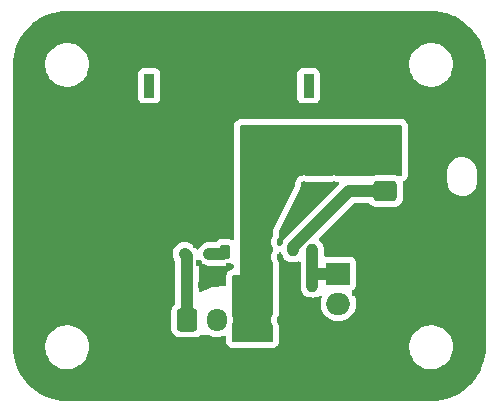
<source format=gbr>
%TF.GenerationSoftware,KiCad,Pcbnew,7.0.11-rc3*%
%TF.CreationDate,2025-03-25T15:56:03+09:00*%
%TF.ProjectId,RDC_Humanoid_Power_Relay_Switch,5244435f-4875-46d6-916e-6f69645f506f,rev?*%
%TF.SameCoordinates,Original*%
%TF.FileFunction,Copper,L1,Top*%
%TF.FilePolarity,Positive*%
%FSLAX46Y46*%
G04 Gerber Fmt 4.6, Leading zero omitted, Abs format (unit mm)*
G04 Created by KiCad (PCBNEW 7.0.11-rc3) date 2025-03-25 15:56:03*
%MOMM*%
%LPD*%
G01*
G04 APERTURE LIST*
G04 Aperture macros list*
%AMRoundRect*
0 Rectangle with rounded corners*
0 $1 Rounding radius*
0 $2 $3 $4 $5 $6 $7 $8 $9 X,Y pos of 4 corners*
0 Add a 4 corners polygon primitive as box body*
4,1,4,$2,$3,$4,$5,$6,$7,$8,$9,$2,$3,0*
0 Add four circle primitives for the rounded corners*
1,1,$1+$1,$2,$3*
1,1,$1+$1,$4,$5*
1,1,$1+$1,$6,$7*
1,1,$1+$1,$8,$9*
0 Add four rect primitives between the rounded corners*
20,1,$1+$1,$2,$3,$4,$5,0*
20,1,$1+$1,$4,$5,$6,$7,0*
20,1,$1+$1,$6,$7,$8,$9,0*
20,1,$1+$1,$8,$9,$2,$3,0*%
G04 Aperture macros list end*
%TA.AperFunction,ComponentPad*%
%ADD10RoundRect,0.250000X-0.600000X-0.725000X0.600000X-0.725000X0.600000X0.725000X-0.600000X0.725000X0*%
%TD*%
%TA.AperFunction,ComponentPad*%
%ADD11O,1.700000X1.950000*%
%TD*%
%TA.AperFunction,SMDPad,CuDef*%
%ADD12RoundRect,0.200000X-0.200000X-0.275000X0.200000X-0.275000X0.200000X0.275000X-0.200000X0.275000X0*%
%TD*%
%TA.AperFunction,ComponentPad*%
%ADD13RoundRect,0.250000X0.725000X-0.600000X0.725000X0.600000X-0.725000X0.600000X-0.725000X-0.600000X0*%
%TD*%
%TA.AperFunction,ComponentPad*%
%ADD14O,1.950000X1.700000*%
%TD*%
%TA.AperFunction,ComponentPad*%
%ADD15R,0.900000X2.000000*%
%TD*%
%TA.AperFunction,ComponentPad*%
%ADD16RoundRect,1.025000X-1.025000X-1.025000X1.025000X-1.025000X1.025000X1.025000X-1.025000X1.025000X0*%
%TD*%
%TA.AperFunction,ComponentPad*%
%ADD17C,4.100000*%
%TD*%
%TA.AperFunction,SMDPad,CuDef*%
%ADD18RoundRect,0.225000X0.225000X0.375000X-0.225000X0.375000X-0.225000X-0.375000X0.225000X-0.375000X0*%
%TD*%
%TA.AperFunction,ComponentPad*%
%ADD19R,2.000000X1.905000*%
%TD*%
%TA.AperFunction,ComponentPad*%
%ADD20O,2.000000X1.905000*%
%TD*%
%TA.AperFunction,SMDPad,CuDef*%
%ADD21RoundRect,0.200000X0.200000X0.275000X-0.200000X0.275000X-0.200000X-0.275000X0.200000X-0.275000X0*%
%TD*%
%TA.AperFunction,SMDPad,CuDef*%
%ADD22RoundRect,0.112500X-0.187500X-0.112500X0.187500X-0.112500X0.187500X0.112500X-0.187500X0.112500X0*%
%TD*%
%TA.AperFunction,ViaPad*%
%ADD23C,0.600000*%
%TD*%
%TA.AperFunction,Conductor*%
%ADD24C,1.000000*%
%TD*%
%TA.AperFunction,Conductor*%
%ADD25C,0.200000*%
%TD*%
G04 APERTURE END LIST*
D10*
%TO.P,J3,1,Pin_1*%
%TO.N,Net-(D2-K)*%
X53340000Y-59690000D03*
D11*
%TO.P,J3,2,Pin_2*%
%TO.N,unconnected-(J3-Pin_2-Pad2)*%
X55840000Y-59690000D03*
%TO.P,J3,3,Pin_3*%
%TO.N,+12V*%
X58340000Y-59690000D03*
%TD*%
D12*
%TO.P,R1,1*%
%TO.N,Net-(J2-Pin_1)*%
X62288800Y-53797200D03*
%TO.P,R1,2*%
%TO.N,Net-(Q1-G)*%
X63938800Y-53797200D03*
%TD*%
D13*
%TO.P,J2,1,Pin_1*%
%TO.N,Net-(J2-Pin_1)*%
X70125000Y-48798800D03*
D14*
%TO.P,J2,2,Pin_2*%
%TO.N,+12V*%
X70125000Y-46298800D03*
%TD*%
D15*
%TO.P,J1,*%
%TO.N,*%
X50120600Y-39859600D03*
X63620600Y-39859600D03*
D16*
%TO.P,J1,1,Pin_1*%
%TO.N,GND*%
X53270600Y-45859600D03*
D17*
%TO.P,J1,2,Pin_2*%
%TO.N,+12V*%
X60470600Y-45859600D03*
%TD*%
D18*
%TO.P,D1,1,K*%
%TO.N,+12V*%
X59815000Y-53949600D03*
%TO.P,D1,2,A*%
%TO.N,Net-(D1-A)*%
X56515000Y-53949600D03*
%TD*%
D19*
%TO.P,Q1,1,G*%
%TO.N,Net-(Q1-G)*%
X66136400Y-55778400D03*
D20*
%TO.P,Q1,2,D*%
%TO.N,Net-(D2-K)*%
X66136400Y-58318400D03*
%TO.P,Q1,3,S*%
%TO.N,GND*%
X66136400Y-60858400D03*
%TD*%
D21*
%TO.P,R2,1*%
%TO.N,Net-(Q1-G)*%
X63938800Y-56794400D03*
%TO.P,R2,2*%
%TO.N,GND*%
X62288800Y-56794400D03*
%TD*%
D22*
%TO.P,D2,1,K*%
%TO.N,Net-(D2-K)*%
X53128200Y-54102000D03*
%TO.P,D2,2,A*%
%TO.N,Net-(D1-A)*%
X55228200Y-54102000D03*
%TD*%
D23*
%TO.N,GND*%
X69977000Y-59817000D03*
X49606200Y-53467000D03*
X67564000Y-41503600D03*
X52070000Y-61595000D03*
X56896000Y-55118000D03*
X63246000Y-50800000D03*
X73152000Y-44958000D03*
X67564000Y-53848000D03*
X76708000Y-42164000D03*
X42418000Y-53848000D03*
X47498000Y-34798000D03*
X76962000Y-55880000D03*
X46736000Y-56134000D03*
X56337200Y-56540400D03*
X65786000Y-48260000D03*
X47752000Y-42164000D03*
X68326000Y-37846000D03*
X39370000Y-45974000D03*
X61214000Y-59690000D03*
X47421800Y-50825400D03*
X78232000Y-40386000D03*
X39370000Y-41656000D03*
X61214000Y-53086000D03*
X47752000Y-65532000D03*
X78232000Y-57912000D03*
X55626000Y-34798000D03*
X67564000Y-50292000D03*
X56896000Y-46736000D03*
X78105000Y-49530000D03*
X58420000Y-66040000D03*
X39116000Y-51054000D03*
X63246000Y-48260000D03*
X65024000Y-59690000D03*
X54356000Y-54864000D03*
X51562000Y-34798000D03*
X62738000Y-55118000D03*
X42672000Y-48514000D03*
X73406000Y-53594000D03*
X53594000Y-65786000D03*
X56896000Y-52578000D03*
X62992000Y-66040000D03*
X54508400Y-56743600D03*
X64008000Y-42418000D03*
X59944000Y-34798000D03*
X56896000Y-42164000D03*
X42418000Y-57912000D03*
X73914000Y-55626000D03*
X55626000Y-37592000D03*
X63754000Y-34798000D03*
X43510200Y-43510200D03*
X68072000Y-34798000D03*
X57658000Y-63500000D03*
X47523400Y-46380400D03*
X47752000Y-37338000D03*
X72390000Y-50292000D03*
X54102000Y-53340000D03*
X55626000Y-61468000D03*
X60198000Y-38100000D03*
X63754000Y-37846000D03*
X71374000Y-56134000D03*
X62738000Y-63500000D03*
X53848000Y-63500000D03*
X61722000Y-56388000D03*
X53086000Y-41402000D03*
X74676000Y-57658000D03*
X61214000Y-54356000D03*
X39116000Y-56896000D03*
X78105000Y-45720000D03*
X65024000Y-52832000D03*
X67564000Y-63246000D03*
X67564000Y-57404000D03*
X78105000Y-53340000D03*
X49530000Y-63500000D03*
X67310000Y-66040000D03*
X51816000Y-37592000D03*
X72390000Y-42418000D03*
X46990000Y-60960000D03*
X52070000Y-57785000D03*
X76200000Y-53594000D03*
X53086000Y-50292000D03*
X71882000Y-65532000D03*
%TD*%
D24*
%TO.N,Net-(D2-K)*%
X53340000Y-54313800D02*
X53128200Y-54102000D01*
X53340000Y-59690000D02*
X53340000Y-54313800D01*
D25*
%TO.N,Net-(D1-A)*%
X56362600Y-54102000D02*
X56515000Y-53949600D01*
D24*
X55228200Y-54102000D02*
X56362600Y-54102000D01*
%TO.N,GND*%
X62128400Y-56794400D02*
X61722000Y-56388000D01*
X62288800Y-56794400D02*
X62128400Y-56794400D01*
%TO.N,Net-(J2-Pin_1)*%
X70125000Y-48798800D02*
X67025200Y-48798800D01*
X62288800Y-53535200D02*
X62288800Y-53797200D01*
X67025200Y-48798800D02*
X62288800Y-53535200D01*
%TO.N,Net-(Q1-G)*%
X66136400Y-55778400D02*
X64040400Y-55778400D01*
X63938800Y-55880000D02*
X63938800Y-56794400D01*
X63938800Y-53797200D02*
X63938800Y-55880000D01*
D25*
X64040400Y-55778400D02*
X63938800Y-55880000D01*
%TD*%
%TA.AperFunction,Conductor*%
%TO.N,+12V*%
G36*
X63781848Y-43186958D02*
G01*
X63828745Y-43203368D01*
X63828750Y-43203369D01*
X64007996Y-43223565D01*
X64008000Y-43223565D01*
X64008004Y-43223565D01*
X64187249Y-43203369D01*
X64187252Y-43203368D01*
X64187255Y-43203368D01*
X64234152Y-43186957D01*
X64275107Y-43180000D01*
X71402400Y-43180000D01*
X71469439Y-43199685D01*
X71515194Y-43252489D01*
X71526400Y-43304000D01*
X71526400Y-47374000D01*
X71506715Y-47441039D01*
X71453911Y-47486794D01*
X71402400Y-47498000D01*
X71141102Y-47498000D01*
X71102099Y-47491706D01*
X71002800Y-47458802D01*
X71002797Y-47458801D01*
X71002792Y-47458800D01*
X71002790Y-47458800D01*
X70900010Y-47448300D01*
X69349998Y-47448300D01*
X69349981Y-47448301D01*
X69247203Y-47458800D01*
X69247200Y-47458801D01*
X69147902Y-47491706D01*
X69108898Y-47498000D01*
X66053107Y-47498000D01*
X66012152Y-47491042D01*
X65965254Y-47474631D01*
X65965249Y-47474630D01*
X65786004Y-47454435D01*
X65785996Y-47454435D01*
X65606750Y-47474630D01*
X65606745Y-47474631D01*
X65559848Y-47491042D01*
X65518893Y-47498000D01*
X63513107Y-47498000D01*
X63472152Y-47491042D01*
X63425254Y-47474631D01*
X63425249Y-47474630D01*
X63246004Y-47454435D01*
X63245996Y-47454435D01*
X63066750Y-47474630D01*
X63066745Y-47474631D01*
X63019848Y-47491042D01*
X62978893Y-47498000D01*
X62865000Y-47498000D01*
X62864999Y-47498000D01*
X62864998Y-47498001D01*
X62840689Y-47547447D01*
X62795386Y-47597730D01*
X62743738Y-47630183D01*
X62616184Y-47757737D01*
X62520211Y-47910476D01*
X62460631Y-48080745D01*
X62460630Y-48080750D01*
X62440435Y-48259996D01*
X62440435Y-48260003D01*
X62445687Y-48306618D01*
X62433746Y-48375208D01*
X60629800Y-52044598D01*
X60629800Y-52486760D01*
X60610115Y-52553799D01*
X60593481Y-52574441D01*
X60584184Y-52583737D01*
X60488211Y-52736476D01*
X60428631Y-52906745D01*
X60428630Y-52906750D01*
X60408435Y-53085996D01*
X60408435Y-53086003D01*
X60428630Y-53265249D01*
X60428631Y-53265254D01*
X60488211Y-53435523D01*
X60584184Y-53588262D01*
X60593481Y-53597559D01*
X60626966Y-53658882D01*
X60629800Y-53685240D01*
X60629800Y-53756760D01*
X60610115Y-53823799D01*
X60593481Y-53844441D01*
X60584184Y-53853737D01*
X60488211Y-54006476D01*
X60428631Y-54176745D01*
X60428630Y-54176750D01*
X60408435Y-54355996D01*
X60408435Y-54356003D01*
X60428630Y-54535249D01*
X60428631Y-54535254D01*
X60488211Y-54705523D01*
X60584184Y-54858262D01*
X60593481Y-54867559D01*
X60626966Y-54928882D01*
X60629800Y-54955240D01*
X60629800Y-59090760D01*
X60610115Y-59157799D01*
X60593481Y-59178441D01*
X60584184Y-59187737D01*
X60488211Y-59340476D01*
X60428631Y-59510745D01*
X60428630Y-59510750D01*
X60408435Y-59689996D01*
X60408435Y-59690003D01*
X60428630Y-59869249D01*
X60428631Y-59869254D01*
X60488211Y-60039523D01*
X60584184Y-60192262D01*
X60593481Y-60201559D01*
X60626966Y-60262882D01*
X60629800Y-60289240D01*
X60629800Y-61446501D01*
X60610115Y-61513540D01*
X60557311Y-61559295D01*
X60506705Y-61570498D01*
X57274905Y-61594088D01*
X57207724Y-61574893D01*
X57161585Y-61522424D01*
X57150000Y-61470091D01*
X57150000Y-60160269D01*
X57154224Y-60128179D01*
X57175063Y-60050408D01*
X57190500Y-59873966D01*
X57190500Y-59506034D01*
X57175063Y-59329592D01*
X57154225Y-59251822D01*
X57150000Y-59219729D01*
X57150000Y-56004000D01*
X57169685Y-55936961D01*
X57222489Y-55891206D01*
X57274000Y-55880000D01*
X57785000Y-55880000D01*
X57785000Y-43304000D01*
X57804685Y-43236961D01*
X57857489Y-43191206D01*
X57909000Y-43180000D01*
X63740893Y-43180000D01*
X63781848Y-43186958D01*
G37*
%TD.AperFunction*%
%TD*%
%TA.AperFunction,Conductor*%
%TO.N,GND*%
G36*
X54545703Y-54837029D02*
G01*
X54554371Y-54845307D01*
X54573141Y-54865053D01*
X54684322Y-54942437D01*
X54740149Y-54981294D01*
X54740150Y-54981294D01*
X54740151Y-54981295D01*
X54927142Y-55061540D01*
X55126459Y-55102500D01*
X56413343Y-55102500D01*
X56489190Y-55094787D01*
X56565038Y-55087074D01*
X56664759Y-55055785D01*
X56701881Y-55050099D01*
X56788338Y-55050099D01*
X56788344Y-55050099D01*
X56788352Y-55050098D01*
X56788355Y-55050098D01*
X56842760Y-55044540D01*
X56887708Y-55039949D01*
X57048697Y-54986603D01*
X57090404Y-54960877D01*
X57157794Y-54942437D01*
X57224458Y-54963358D01*
X57269228Y-55017000D01*
X57279500Y-55066416D01*
X57279500Y-55262526D01*
X57259815Y-55329565D01*
X57207011Y-55375320D01*
X57168763Y-55385814D01*
X57167751Y-55385923D01*
X57166540Y-55386053D01*
X57166537Y-55386054D01*
X57115027Y-55397260D01*
X57012502Y-55431383D01*
X57012496Y-55431386D01*
X56891462Y-55509171D01*
X56891451Y-55509179D01*
X56838659Y-55554923D01*
X56744433Y-55663664D01*
X56744430Y-55663668D01*
X56684664Y-55794534D01*
X56664976Y-55861582D01*
X56644500Y-56004001D01*
X56644500Y-56728710D01*
X56624815Y-56795749D01*
X56572011Y-56841504D01*
X56522566Y-56852693D01*
X55448198Y-56870599D01*
X54515289Y-57289457D01*
X54446069Y-57298959D01*
X54382700Y-57269528D01*
X54345302Y-57210509D01*
X54340500Y-57176336D01*
X54340500Y-54930742D01*
X54360185Y-54863703D01*
X54412989Y-54817948D01*
X54482147Y-54808004D01*
X54545703Y-54837029D01*
G37*
%TD.AperFunction*%
%TA.AperFunction,Conductor*%
G36*
X63307753Y-47970090D02*
G01*
X63324831Y-47973239D01*
X63387484Y-47989401D01*
X63387499Y-47989403D01*
X63387501Y-47989404D01*
X63404946Y-47992367D01*
X63428439Y-47996359D01*
X63476323Y-48000397D01*
X63513089Y-48003499D01*
X63513105Y-48003499D01*
X63513107Y-48003500D01*
X63513108Y-48003500D01*
X65518892Y-48003500D01*
X65518893Y-48003500D01*
X65518894Y-48003499D01*
X65518910Y-48003499D01*
X65549690Y-48000902D01*
X65603561Y-47996359D01*
X65644516Y-47989401D01*
X65707178Y-47973236D01*
X65724241Y-47970090D01*
X65772117Y-47964696D01*
X65799873Y-47964696D01*
X65847753Y-47970090D01*
X65864831Y-47973239D01*
X65927484Y-47989401D01*
X65927499Y-47989403D01*
X65927501Y-47989404D01*
X65944946Y-47992367D01*
X65968439Y-47996359D01*
X66016323Y-48000397D01*
X66053089Y-48003499D01*
X66053105Y-48003499D01*
X66053107Y-48003500D01*
X66106216Y-48003500D01*
X66173255Y-48023185D01*
X66219010Y-48075989D01*
X66228954Y-48145147D01*
X66199929Y-48208703D01*
X66193897Y-48215181D01*
X61591446Y-52817632D01*
X61589199Y-52819824D01*
X61525746Y-52880142D01*
X61492045Y-52928561D01*
X61486374Y-52936082D01*
X61449102Y-52981792D01*
X61449098Y-52981798D01*
X61435009Y-53008768D01*
X61426882Y-53022183D01*
X61409502Y-53047155D01*
X61386238Y-53101365D01*
X61382198Y-53109872D01*
X61354890Y-53162151D01*
X61354890Y-53162152D01*
X61346520Y-53191401D01*
X61341259Y-53206179D01*
X61329259Y-53234143D01*
X61323472Y-53262304D01*
X61317491Y-53291411D01*
X61317388Y-53291911D01*
X61315142Y-53301060D01*
X61298913Y-53357777D01*
X61298912Y-53357786D01*
X61298835Y-53358801D01*
X61298636Y-53359325D01*
X61297805Y-53363966D01*
X61296939Y-53363810D01*
X61274112Y-53424150D01*
X61217982Y-53465759D01*
X61148268Y-53470416D01*
X61087103Y-53436644D01*
X61066362Y-53408802D01*
X61037147Y-53355298D01*
X61025632Y-53339916D01*
X61019904Y-53331576D01*
X61000729Y-53301060D01*
X60953963Y-53226633D01*
X60941917Y-53201618D01*
X60929189Y-53165246D01*
X60923012Y-53138179D01*
X60918697Y-53099883D01*
X60918696Y-53072125D01*
X60923011Y-53033815D01*
X60929186Y-53006761D01*
X60941920Y-52970370D01*
X60953962Y-52945365D01*
X60986146Y-52894146D01*
X60994589Y-52882313D01*
X61003711Y-52870994D01*
X61003713Y-52870990D01*
X61003722Y-52870980D01*
X61035367Y-52827096D01*
X61095138Y-52696219D01*
X61114823Y-52629180D01*
X61114824Y-52629176D01*
X61135300Y-52486760D01*
X61135300Y-52190967D01*
X61148021Y-52136260D01*
X62887389Y-48598228D01*
X62931755Y-48461908D01*
X62943696Y-48393318D01*
X62947036Y-48282312D01*
X62947756Y-48272211D01*
X62955011Y-48207821D01*
X62961188Y-48180758D01*
X62973916Y-48144381D01*
X62985958Y-48119372D01*
X63006474Y-48086721D01*
X63023776Y-48065027D01*
X63052800Y-48036003D01*
X63061261Y-48028773D01*
X63061043Y-48028514D01*
X63087331Y-48006405D01*
X63136169Y-47981235D01*
X63167173Y-47973237D01*
X63184249Y-47970090D01*
X63232117Y-47964696D01*
X63259873Y-47964696D01*
X63307753Y-47970090D01*
G37*
%TD.AperFunction*%
%TA.AperFunction,Conductor*%
G36*
X73966433Y-33556515D02*
G01*
X73967739Y-33556602D01*
X73975108Y-33556602D01*
X74038312Y-33556602D01*
X74043720Y-33556719D01*
X74434743Y-33573792D01*
X74445477Y-33574732D01*
X74830859Y-33625468D01*
X74841493Y-33627343D01*
X75220990Y-33711476D01*
X75231416Y-33714270D01*
X75602135Y-33831157D01*
X75612270Y-33834846D01*
X75971387Y-33983598D01*
X75981179Y-33988164D01*
X76261399Y-34134037D01*
X76325942Y-34167636D01*
X76335309Y-34173043D01*
X76605434Y-34345132D01*
X76663124Y-34381884D01*
X76671983Y-34388087D01*
X76980364Y-34624717D01*
X76988638Y-34631661D01*
X77244151Y-34865795D01*
X77275203Y-34894249D01*
X77282852Y-34901898D01*
X77545439Y-35188461D01*
X77552393Y-35196748D01*
X77789007Y-35505110D01*
X77795212Y-35513971D01*
X78004056Y-35841791D01*
X78009464Y-35851159D01*
X78188933Y-36195916D01*
X78193505Y-36205720D01*
X78217779Y-36264323D01*
X78331504Y-36538879D01*
X78342248Y-36564816D01*
X78345947Y-36574979D01*
X78452559Y-36913109D01*
X78462828Y-36945676D01*
X78465628Y-36956126D01*
X78549754Y-37335599D01*
X78551632Y-37346252D01*
X78602365Y-37731602D01*
X78603308Y-37742378D01*
X78618934Y-38100289D01*
X78620382Y-38133435D01*
X78620500Y-38138844D01*
X78620500Y-61973293D01*
X78620382Y-61978702D01*
X78603310Y-62369723D01*
X78602367Y-62380500D01*
X78551634Y-62765848D01*
X78549756Y-62776501D01*
X78465628Y-63155978D01*
X78462828Y-63166427D01*
X78345949Y-63537120D01*
X78342249Y-63547285D01*
X78193507Y-63906381D01*
X78188935Y-63916185D01*
X78009465Y-64260942D01*
X78004057Y-64270310D01*
X77795213Y-64598130D01*
X77789008Y-64606991D01*
X77552394Y-64915353D01*
X77545440Y-64923640D01*
X77282853Y-65210204D01*
X77275204Y-65217853D01*
X76988640Y-65480440D01*
X76980353Y-65487394D01*
X76671991Y-65724008D01*
X76663130Y-65730213D01*
X76335310Y-65939057D01*
X76325942Y-65944465D01*
X75981185Y-66123935D01*
X75971381Y-66128507D01*
X75612285Y-66277249D01*
X75602120Y-66280949D01*
X75231427Y-66397828D01*
X75220978Y-66400628D01*
X74841501Y-66484756D01*
X74830848Y-66486634D01*
X74445500Y-66537367D01*
X74434723Y-66538310D01*
X74043703Y-66555382D01*
X74038294Y-66555500D01*
X43182706Y-66555500D01*
X43177297Y-66555382D01*
X42786276Y-66538310D01*
X42775501Y-66537367D01*
X42686792Y-66525688D01*
X42390151Y-66486634D01*
X42379498Y-66484756D01*
X42000021Y-66400628D01*
X41989572Y-66397828D01*
X41618879Y-66280949D01*
X41608714Y-66277249D01*
X41249618Y-66128507D01*
X41239814Y-66123935D01*
X40895057Y-65944465D01*
X40885689Y-65939057D01*
X40557869Y-65730213D01*
X40549008Y-65724008D01*
X40240646Y-65487394D01*
X40232359Y-65480440D01*
X39945795Y-65217853D01*
X39938146Y-65210204D01*
X39675559Y-64923640D01*
X39668605Y-64915353D01*
X39431991Y-64606991D01*
X39425786Y-64598130D01*
X39216942Y-64270310D01*
X39211534Y-64260942D01*
X39032064Y-63916185D01*
X39027492Y-63906381D01*
X38878744Y-63547270D01*
X38875055Y-63537135D01*
X38758168Y-63166416D01*
X38755374Y-63155990D01*
X38671241Y-62776493D01*
X38669365Y-62765848D01*
X38618630Y-62380477D01*
X38617690Y-62369742D01*
X38604506Y-62067763D01*
X41325787Y-62067763D01*
X41355413Y-62337013D01*
X41355415Y-62337024D01*
X41423926Y-62599082D01*
X41423928Y-62599088D01*
X41529870Y-62848390D01*
X41601998Y-62966575D01*
X41670979Y-63079605D01*
X41670986Y-63079615D01*
X41844253Y-63287819D01*
X41844259Y-63287824D01*
X42045998Y-63468582D01*
X42271910Y-63618044D01*
X42517176Y-63733020D01*
X42517183Y-63733022D01*
X42517185Y-63733023D01*
X42776557Y-63811057D01*
X42776564Y-63811058D01*
X42776569Y-63811060D01*
X43044561Y-63850500D01*
X43044566Y-63850500D01*
X43247629Y-63850500D01*
X43247631Y-63850500D01*
X43247636Y-63850499D01*
X43247648Y-63850499D01*
X43285191Y-63847750D01*
X43450156Y-63835677D01*
X43562758Y-63810593D01*
X43714546Y-63776782D01*
X43714548Y-63776781D01*
X43714553Y-63776780D01*
X43967558Y-63680014D01*
X44203777Y-63547441D01*
X44418177Y-63381888D01*
X44606186Y-63186881D01*
X44763799Y-62966579D01*
X44867002Y-62765848D01*
X44887649Y-62725690D01*
X44887651Y-62725684D01*
X44887656Y-62725675D01*
X44975118Y-62469305D01*
X45024319Y-62202933D01*
X45034212Y-61932235D01*
X45004586Y-61662982D01*
X44936072Y-61400912D01*
X44830130Y-61151610D01*
X44689018Y-60920390D01*
X44599747Y-60813119D01*
X44515746Y-60712180D01*
X44515740Y-60712175D01*
X44314002Y-60531418D01*
X44213613Y-60465001D01*
X51989500Y-60465001D01*
X51989501Y-60465018D01*
X52000000Y-60567796D01*
X52000001Y-60567799D01*
X52047843Y-60712175D01*
X52055186Y-60734334D01*
X52147288Y-60883656D01*
X52271344Y-61007712D01*
X52420666Y-61099814D01*
X52587203Y-61154999D01*
X52689991Y-61165500D01*
X53990008Y-61165499D01*
X54092797Y-61154999D01*
X54259334Y-61099814D01*
X54408656Y-61007712D01*
X54445449Y-60970919D01*
X54506772Y-60937434D01*
X54533130Y-60934600D01*
X55045331Y-60934600D01*
X55112370Y-60954285D01*
X55116454Y-60957025D01*
X55162168Y-60989034D01*
X55162170Y-60989035D01*
X55376337Y-61088903D01*
X55604592Y-61150063D01*
X55781034Y-61165500D01*
X55839999Y-61170659D01*
X55840000Y-61170659D01*
X55840001Y-61170659D01*
X55898966Y-61165500D01*
X56075408Y-61150063D01*
X56303663Y-61088903D01*
X56468096Y-61012225D01*
X56537172Y-61001734D01*
X56600956Y-61030253D01*
X56639196Y-61088730D01*
X56644500Y-61124608D01*
X56644500Y-61470093D01*
X56656448Y-61579343D01*
X56656449Y-61579348D01*
X56668033Y-61631678D01*
X56668036Y-61631689D01*
X56703309Y-61735763D01*
X56703310Y-61735765D01*
X56781978Y-61856234D01*
X56828117Y-61908703D01*
X56937539Y-62002129D01*
X56975452Y-62019110D01*
X57050765Y-62052843D01*
X57068850Y-62060943D01*
X57136031Y-62080138D01*
X57136033Y-62080138D01*
X57136228Y-62080164D01*
X57143944Y-62081245D01*
X57144371Y-62081274D01*
X57278595Y-62099575D01*
X60510395Y-62075985D01*
X60583117Y-62067763D01*
X72145787Y-62067763D01*
X72175413Y-62337013D01*
X72175415Y-62337024D01*
X72243926Y-62599082D01*
X72243928Y-62599088D01*
X72349870Y-62848390D01*
X72421998Y-62966575D01*
X72490979Y-63079605D01*
X72490986Y-63079615D01*
X72664253Y-63287819D01*
X72664259Y-63287824D01*
X72865998Y-63468582D01*
X73091910Y-63618044D01*
X73337176Y-63733020D01*
X73337183Y-63733022D01*
X73337185Y-63733023D01*
X73596557Y-63811057D01*
X73596564Y-63811058D01*
X73596569Y-63811060D01*
X73864561Y-63850500D01*
X73864566Y-63850500D01*
X74067629Y-63850500D01*
X74067631Y-63850500D01*
X74067636Y-63850499D01*
X74067648Y-63850499D01*
X74105191Y-63847750D01*
X74270156Y-63835677D01*
X74382758Y-63810593D01*
X74534546Y-63776782D01*
X74534548Y-63776781D01*
X74534553Y-63776780D01*
X74787558Y-63680014D01*
X75023777Y-63547441D01*
X75238177Y-63381888D01*
X75426186Y-63186881D01*
X75583799Y-62966579D01*
X75687002Y-62765848D01*
X75707649Y-62725690D01*
X75707651Y-62725684D01*
X75707656Y-62725675D01*
X75795118Y-62469305D01*
X75844319Y-62202933D01*
X75854212Y-61932235D01*
X75824586Y-61662982D01*
X75756072Y-61400912D01*
X75650130Y-61151610D01*
X75509018Y-60920390D01*
X75419747Y-60813119D01*
X75335746Y-60712180D01*
X75335740Y-60712175D01*
X75134002Y-60531418D01*
X74908092Y-60381957D01*
X74908090Y-60381956D01*
X74662824Y-60266980D01*
X74662819Y-60266978D01*
X74662814Y-60266976D01*
X74403442Y-60188942D01*
X74403428Y-60188939D01*
X74287791Y-60171921D01*
X74135439Y-60149500D01*
X73932369Y-60149500D01*
X73932351Y-60149500D01*
X73729844Y-60164323D01*
X73729831Y-60164325D01*
X73465453Y-60223217D01*
X73465446Y-60223220D01*
X73212439Y-60319987D01*
X72976226Y-60452557D01*
X72761822Y-60618112D01*
X72573822Y-60813109D01*
X72573816Y-60813116D01*
X72416202Y-61033419D01*
X72416199Y-61033424D01*
X72292350Y-61274309D01*
X72292343Y-61274327D01*
X72204884Y-61530685D01*
X72204882Y-61530695D01*
X72157572Y-61786832D01*
X72155681Y-61797068D01*
X72155680Y-61797075D01*
X72145787Y-62067763D01*
X60583117Y-62067763D01*
X60615966Y-62064049D01*
X60666572Y-62052846D01*
X60767304Y-62019114D01*
X60888343Y-61941326D01*
X60941147Y-61895571D01*
X61035367Y-61786837D01*
X61095138Y-61655960D01*
X61114823Y-61588921D01*
X61114824Y-61588917D01*
X61135300Y-61446501D01*
X61135300Y-60289240D01*
X61132403Y-60235200D01*
X61129569Y-60208842D01*
X61120914Y-60155430D01*
X61070632Y-60020621D01*
X61037147Y-59959298D01*
X61025632Y-59943916D01*
X61019904Y-59935576D01*
X60953964Y-59830634D01*
X60941917Y-59805618D01*
X60929189Y-59769246D01*
X60923012Y-59742179D01*
X60918697Y-59703883D01*
X60918696Y-59676125D01*
X60923011Y-59637815D01*
X60929186Y-59610761D01*
X60941920Y-59574370D01*
X60953962Y-59549365D01*
X60986146Y-59498146D01*
X60994589Y-59486313D01*
X61003711Y-59474994D01*
X61003713Y-59474990D01*
X61003722Y-59474980D01*
X61035367Y-59431096D01*
X61095138Y-59300219D01*
X61114823Y-59233180D01*
X61114824Y-59233176D01*
X61135300Y-59090760D01*
X61135300Y-54955240D01*
X61132403Y-54901200D01*
X61132012Y-54897568D01*
X61129570Y-54874855D01*
X61129567Y-54874828D01*
X61120914Y-54821432D01*
X61120914Y-54821430D01*
X61118406Y-54814706D01*
X61070632Y-54686621D01*
X61037147Y-54625298D01*
X61025632Y-54609916D01*
X61019904Y-54601576D01*
X61008589Y-54583569D01*
X60953963Y-54496633D01*
X60941917Y-54471618D01*
X60940774Y-54468352D01*
X60929189Y-54435246D01*
X60923012Y-54408179D01*
X60918697Y-54369883D01*
X60918696Y-54342125D01*
X60923011Y-54303815D01*
X60929186Y-54276761D01*
X60941920Y-54240370D01*
X60953962Y-54215365D01*
X60986146Y-54164146D01*
X60994589Y-54152313D01*
X61003711Y-54140994D01*
X61003713Y-54140990D01*
X61003722Y-54140980D01*
X61035367Y-54097096D01*
X61078250Y-54003196D01*
X61124005Y-53950393D01*
X61191045Y-53930709D01*
X61258084Y-53950394D01*
X61303839Y-54003198D01*
X61309357Y-54017588D01*
X61364637Y-54193779D01*
X61364644Y-54193794D01*
X61423044Y-54299012D01*
X61433010Y-54322298D01*
X61445320Y-54361801D01*
X61445320Y-54361803D01*
X61457594Y-54382106D01*
X61519678Y-54484806D01*
X61533330Y-54507388D01*
X61653611Y-54627669D01*
X61653613Y-54627670D01*
X61653615Y-54627672D01*
X61799194Y-54715678D01*
X61961604Y-54766286D01*
X62032184Y-54772700D01*
X62049026Y-54772700D01*
X62080106Y-54776658D01*
X62107197Y-54783672D01*
X62136515Y-54791263D01*
X62339736Y-54801569D01*
X62518847Y-54774129D01*
X62537623Y-54772700D01*
X62545413Y-54772700D01*
X62545416Y-54772700D01*
X62615996Y-54766286D01*
X62777414Y-54715986D01*
X62847270Y-54714837D01*
X62906663Y-54751638D01*
X62936731Y-54814706D01*
X62938300Y-54834373D01*
X62938300Y-56845143D01*
X62953725Y-56996839D01*
X63014637Y-57190979D01*
X63014644Y-57190994D01*
X63073044Y-57296212D01*
X63083010Y-57319498D01*
X63095320Y-57359001D01*
X63095320Y-57359003D01*
X63183330Y-57504588D01*
X63303611Y-57624869D01*
X63303613Y-57624870D01*
X63303615Y-57624872D01*
X63449194Y-57712878D01*
X63611604Y-57763486D01*
X63682184Y-57769900D01*
X63699026Y-57769900D01*
X63730106Y-57773858D01*
X63757197Y-57780872D01*
X63786515Y-57788463D01*
X63989736Y-57798769D01*
X64168847Y-57771329D01*
X64187623Y-57769900D01*
X64195413Y-57769900D01*
X64195416Y-57769900D01*
X64265996Y-57763486D01*
X64428406Y-57712878D01*
X64555161Y-57636251D01*
X64622714Y-57618415D01*
X64689188Y-57639932D01*
X64733476Y-57693972D01*
X64741517Y-57763378D01*
X64736591Y-57782631D01*
X64675534Y-57960483D01*
X64635900Y-58198002D01*
X64635900Y-58438797D01*
X64675534Y-58676316D01*
X64753718Y-58904056D01*
X64753721Y-58904065D01*
X64868329Y-59115841D01*
X64911851Y-59171758D01*
X65016229Y-59305863D01*
X65193390Y-59468951D01*
X65394978Y-59600655D01*
X65615495Y-59697383D01*
X65848924Y-59756495D01*
X66028800Y-59771400D01*
X66028804Y-59771400D01*
X66243996Y-59771400D01*
X66244000Y-59771400D01*
X66423876Y-59756495D01*
X66657305Y-59697383D01*
X66877822Y-59600655D01*
X67079410Y-59468951D01*
X67256571Y-59305863D01*
X67404472Y-59115839D01*
X67519079Y-58904064D01*
X67597266Y-58676313D01*
X67636900Y-58438799D01*
X67636900Y-58198001D01*
X67597266Y-57960487D01*
X67519079Y-57732736D01*
X67404472Y-57520961D01*
X67404470Y-57520958D01*
X67404466Y-57520952D01*
X67293567Y-57378469D01*
X67267924Y-57313475D01*
X67281490Y-57244935D01*
X67329959Y-57194611D01*
X67348081Y-57186127D01*
X67378731Y-57174696D01*
X67493946Y-57088446D01*
X67580196Y-56973231D01*
X67630491Y-56838383D01*
X67636900Y-56778773D01*
X67636899Y-54778028D01*
X67630491Y-54718417D01*
X67630175Y-54717571D01*
X67580197Y-54583571D01*
X67580193Y-54583564D01*
X67493947Y-54468355D01*
X67493944Y-54468352D01*
X67378735Y-54382106D01*
X67378728Y-54382102D01*
X67243882Y-54331808D01*
X67243883Y-54331808D01*
X67184283Y-54325401D01*
X67184281Y-54325400D01*
X67184273Y-54325400D01*
X67184264Y-54325400D01*
X65088529Y-54325400D01*
X65088521Y-54325401D01*
X65076552Y-54326688D01*
X65007793Y-54314281D01*
X64956657Y-54266669D01*
X64939300Y-54203398D01*
X64939300Y-53746456D01*
X64923874Y-53594760D01*
X64862962Y-53400620D01*
X64862960Y-53400617D01*
X64862959Y-53400612D01*
X64804550Y-53295379D01*
X64794590Y-53272107D01*
X64782278Y-53232594D01*
X64694272Y-53087015D01*
X64694270Y-53087013D01*
X64694269Y-53087011D01*
X64573988Y-52966730D01*
X64538997Y-52945577D01*
X64521342Y-52934904D01*
X64474155Y-52883377D01*
X64462317Y-52814517D01*
X64489586Y-52750189D01*
X64497802Y-52741117D01*
X67403301Y-49835619D01*
X67464624Y-49802134D01*
X67490982Y-49799300D01*
X68696042Y-49799300D01*
X68763081Y-49818985D01*
X68801580Y-49858202D01*
X68807288Y-49867456D01*
X68931344Y-49991512D01*
X69080666Y-50083614D01*
X69247203Y-50138799D01*
X69349991Y-50149300D01*
X70900008Y-50149299D01*
X71002797Y-50138799D01*
X71169334Y-50083614D01*
X71318656Y-49991512D01*
X71442712Y-49867456D01*
X71534814Y-49718134D01*
X71589999Y-49551597D01*
X71600500Y-49448809D01*
X71600499Y-48148792D01*
X71592629Y-48071754D01*
X71605047Y-48004955D01*
X75374500Y-48004955D01*
X75376644Y-48028773D01*
X75389622Y-48172986D01*
X75389623Y-48172992D01*
X75449503Y-48389960D01*
X75449508Y-48389973D01*
X75547167Y-48592766D01*
X75547171Y-48592774D01*
X75679473Y-48774872D01*
X75679474Y-48774874D01*
X75842176Y-48930433D01*
X76030033Y-49054436D01*
X76237004Y-49142900D01*
X76237007Y-49142901D01*
X76237012Y-49142903D01*
X76456463Y-49192991D01*
X76681330Y-49203090D01*
X76904387Y-49172875D01*
X77118464Y-49103317D01*
X77316681Y-48996652D01*
X77492666Y-48856308D01*
X77640765Y-48686796D01*
X77756215Y-48493564D01*
X77835307Y-48282824D01*
X77860431Y-48144381D01*
X77875500Y-48061349D01*
X77875500Y-47092652D01*
X77875500Y-47092645D01*
X77860377Y-46924612D01*
X77830064Y-46814776D01*
X77800496Y-46707639D01*
X77800491Y-46707626D01*
X77702832Y-46504833D01*
X77702828Y-46504825D01*
X77570526Y-46322727D01*
X77570525Y-46322725D01*
X77407823Y-46167166D01*
X77219966Y-46043163D01*
X77012995Y-45954699D01*
X77012982Y-45954695D01*
X76793542Y-45904610D01*
X76793538Y-45904609D01*
X76793537Y-45904609D01*
X76793536Y-45904608D01*
X76793531Y-45904608D01*
X76568674Y-45894510D01*
X76568673Y-45894510D01*
X76568670Y-45894510D01*
X76345613Y-45924725D01*
X76345610Y-45924725D01*
X76345609Y-45924726D01*
X76131534Y-45994283D01*
X75933321Y-46100946D01*
X75933318Y-46100948D01*
X75757336Y-46241289D01*
X75609236Y-46410803D01*
X75493787Y-46604032D01*
X75493786Y-46604034D01*
X75414692Y-46814776D01*
X75374500Y-47036250D01*
X75374500Y-47036253D01*
X75374500Y-48004955D01*
X71605047Y-48004955D01*
X71605398Y-48003065D01*
X71653279Y-47952180D01*
X71662478Y-47947294D01*
X71663889Y-47946617D01*
X71663904Y-47946613D01*
X71784943Y-47868825D01*
X71837747Y-47823070D01*
X71931967Y-47714336D01*
X71991738Y-47583459D01*
X72011423Y-47516420D01*
X72011424Y-47516416D01*
X72031900Y-47374000D01*
X72031900Y-43304000D01*
X72020347Y-43196544D01*
X72009141Y-43145033D01*
X72009037Y-43144722D01*
X71975016Y-43042502D01*
X71975013Y-43042496D01*
X71897228Y-42921462D01*
X71897225Y-42921457D01*
X71897220Y-42921451D01*
X71851476Y-42868659D01*
X71851472Y-42868656D01*
X71851470Y-42868653D01*
X71742736Y-42774433D01*
X71742733Y-42774431D01*
X71742731Y-42774430D01*
X71611865Y-42714664D01*
X71611860Y-42714662D01*
X71611859Y-42714662D01*
X71544820Y-42694977D01*
X71544822Y-42694977D01*
X71544817Y-42694976D01*
X71482747Y-42686052D01*
X71402400Y-42674500D01*
X64275107Y-42674500D01*
X64275087Y-42674500D01*
X64190452Y-42681638D01*
X64190449Y-42681639D01*
X64149496Y-42688596D01*
X64149483Y-42688598D01*
X64086827Y-42704760D01*
X64069742Y-42707910D01*
X64040398Y-42711216D01*
X64021884Y-42713302D01*
X63994122Y-42713302D01*
X63946253Y-42707909D01*
X63929168Y-42704759D01*
X63866521Y-42688599D01*
X63825564Y-42681641D01*
X63825552Y-42681640D01*
X63740910Y-42674500D01*
X63740893Y-42674500D01*
X57909000Y-42674500D01*
X57908991Y-42674500D01*
X57908990Y-42674501D01*
X57801549Y-42686052D01*
X57801537Y-42686054D01*
X57750027Y-42697260D01*
X57647502Y-42731383D01*
X57647496Y-42731386D01*
X57526462Y-42809171D01*
X57526451Y-42809179D01*
X57473659Y-42854923D01*
X57379433Y-42963664D01*
X57379430Y-42963668D01*
X57319664Y-43094534D01*
X57299976Y-43161582D01*
X57294949Y-43196549D01*
X57279502Y-43303990D01*
X57279500Y-43304001D01*
X57279500Y-52832783D01*
X57259815Y-52899822D01*
X57207011Y-52945577D01*
X57137853Y-52955521D01*
X57090403Y-52938322D01*
X57086771Y-52936082D01*
X57069819Y-52925625D01*
X57048699Y-52912598D01*
X57048694Y-52912596D01*
X56887709Y-52859251D01*
X56788346Y-52849100D01*
X56241662Y-52849100D01*
X56241644Y-52849101D01*
X56142292Y-52859250D01*
X56142289Y-52859251D01*
X55981305Y-52912596D01*
X55981294Y-52912601D01*
X55836959Y-53001629D01*
X55836955Y-53001632D01*
X55773407Y-53065181D01*
X55712084Y-53098666D01*
X55685726Y-53101500D01*
X55177457Y-53101500D01*
X55025760Y-53116925D01*
X54831620Y-53177837D01*
X54831605Y-53177844D01*
X54653700Y-53276589D01*
X54653695Y-53276592D01*
X54499306Y-53409132D01*
X54499304Y-53409134D01*
X54374754Y-53570037D01*
X54374750Y-53570044D01*
X54330869Y-53659502D01*
X54283672Y-53711021D01*
X54216114Y-53728845D01*
X54149645Y-53707314D01*
X54124751Y-53682029D01*
X54123374Y-53683153D01*
X54119400Y-53678279D01*
X54077699Y-53636578D01*
X54071294Y-53629668D01*
X54049981Y-53604842D01*
X54032866Y-53584905D01*
X54008800Y-53566276D01*
X53997029Y-53555908D01*
X53799782Y-53358662D01*
X53795657Y-53355298D01*
X53681607Y-53262302D01*
X53501249Y-53168091D01*
X53480493Y-53162152D01*
X53322438Y-53116926D01*
X53305618Y-53112113D01*
X53305617Y-53112112D01*
X53305616Y-53112112D01*
X53102725Y-53096662D01*
X53102722Y-53096662D01*
X52900878Y-53122368D01*
X52900870Y-53122370D01*
X52708329Y-53188183D01*
X52708317Y-53188189D01*
X52532978Y-53291406D01*
X52532971Y-53291411D01*
X52381987Y-53427820D01*
X52381987Y-53427821D01*
X52261553Y-53591828D01*
X52261549Y-53591835D01*
X52176597Y-53776725D01*
X52176593Y-53776737D01*
X52130596Y-53974945D01*
X52125442Y-54178358D01*
X52161340Y-54378648D01*
X52161342Y-54378654D01*
X52236822Y-54567615D01*
X52236826Y-54567622D01*
X52251125Y-54589318D01*
X52315255Y-54686623D01*
X52319036Y-54692359D01*
X52339492Y-54759167D01*
X52339500Y-54760596D01*
X52339500Y-58261042D01*
X52319815Y-58328081D01*
X52280598Y-58366580D01*
X52271344Y-58372287D01*
X52147289Y-58496342D01*
X52055187Y-58645663D01*
X52055185Y-58645668D01*
X52027349Y-58729670D01*
X52000001Y-58812203D01*
X52000001Y-58812204D01*
X52000000Y-58812204D01*
X51989500Y-58914983D01*
X51989500Y-60465001D01*
X44213613Y-60465001D01*
X44088092Y-60381957D01*
X44088090Y-60381956D01*
X43842824Y-60266980D01*
X43842819Y-60266978D01*
X43842814Y-60266976D01*
X43583442Y-60188942D01*
X43583428Y-60188939D01*
X43467791Y-60171921D01*
X43315439Y-60149500D01*
X43112369Y-60149500D01*
X43112351Y-60149500D01*
X42909844Y-60164323D01*
X42909831Y-60164325D01*
X42645453Y-60223217D01*
X42645446Y-60223220D01*
X42392439Y-60319987D01*
X42156226Y-60452557D01*
X41941822Y-60618112D01*
X41753822Y-60813109D01*
X41753816Y-60813116D01*
X41596202Y-61033419D01*
X41596199Y-61033424D01*
X41472350Y-61274309D01*
X41472343Y-61274327D01*
X41384884Y-61530685D01*
X41384882Y-61530695D01*
X41337572Y-61786832D01*
X41335681Y-61797068D01*
X41335680Y-61797075D01*
X41325787Y-62067763D01*
X38604506Y-62067763D01*
X38600618Y-61978701D01*
X38600500Y-61973293D01*
X38600500Y-40907470D01*
X49170100Y-40907470D01*
X49170101Y-40907476D01*
X49176508Y-40967083D01*
X49226802Y-41101928D01*
X49226806Y-41101935D01*
X49313052Y-41217144D01*
X49313055Y-41217147D01*
X49428264Y-41303393D01*
X49428271Y-41303397D01*
X49563117Y-41353691D01*
X49563116Y-41353691D01*
X49570044Y-41354435D01*
X49622727Y-41360100D01*
X50618472Y-41360099D01*
X50678083Y-41353691D01*
X50812931Y-41303396D01*
X50928146Y-41217146D01*
X51014396Y-41101931D01*
X51064691Y-40967083D01*
X51071100Y-40907473D01*
X51071100Y-40907470D01*
X62670100Y-40907470D01*
X62670101Y-40907476D01*
X62676508Y-40967083D01*
X62726802Y-41101928D01*
X62726806Y-41101935D01*
X62813052Y-41217144D01*
X62813055Y-41217147D01*
X62928264Y-41303393D01*
X62928271Y-41303397D01*
X63063117Y-41353691D01*
X63063116Y-41353691D01*
X63070044Y-41354435D01*
X63122727Y-41360100D01*
X64118472Y-41360099D01*
X64178083Y-41353691D01*
X64312931Y-41303396D01*
X64428146Y-41217146D01*
X64514396Y-41101931D01*
X64564691Y-40967083D01*
X64571100Y-40907473D01*
X64571099Y-38811728D01*
X64564691Y-38752117D01*
X64544912Y-38699088D01*
X64514397Y-38617271D01*
X64514393Y-38617264D01*
X64428147Y-38502055D01*
X64428144Y-38502052D01*
X64312935Y-38415806D01*
X64312928Y-38415802D01*
X64178082Y-38365508D01*
X64178083Y-38365508D01*
X64118483Y-38359101D01*
X64118481Y-38359100D01*
X64118473Y-38359100D01*
X64118464Y-38359100D01*
X63122729Y-38359100D01*
X63122723Y-38359101D01*
X63063116Y-38365508D01*
X62928271Y-38415802D01*
X62928264Y-38415806D01*
X62813055Y-38502052D01*
X62813052Y-38502055D01*
X62726806Y-38617264D01*
X62726802Y-38617271D01*
X62676508Y-38752117D01*
X62670101Y-38811716D01*
X62670101Y-38811723D01*
X62670100Y-38811735D01*
X62670100Y-40907470D01*
X51071100Y-40907470D01*
X51071099Y-38811728D01*
X51064691Y-38752117D01*
X51044912Y-38699088D01*
X51014397Y-38617271D01*
X51014393Y-38617264D01*
X50928147Y-38502055D01*
X50928144Y-38502052D01*
X50812935Y-38415806D01*
X50812928Y-38415802D01*
X50678082Y-38365508D01*
X50678083Y-38365508D01*
X50618483Y-38359101D01*
X50618481Y-38359100D01*
X50618473Y-38359100D01*
X50618464Y-38359100D01*
X49622729Y-38359100D01*
X49622723Y-38359101D01*
X49563116Y-38365508D01*
X49428271Y-38415802D01*
X49428264Y-38415806D01*
X49313055Y-38502052D01*
X49313052Y-38502055D01*
X49226806Y-38617264D01*
X49226802Y-38617271D01*
X49176508Y-38752117D01*
X49170101Y-38811716D01*
X49170101Y-38811723D01*
X49170100Y-38811735D01*
X49170100Y-40907470D01*
X38600500Y-40907470D01*
X38600500Y-38167763D01*
X41325787Y-38167763D01*
X41355413Y-38437013D01*
X41355415Y-38437024D01*
X41402538Y-38617271D01*
X41423928Y-38699088D01*
X41529870Y-38948390D01*
X41601998Y-39066575D01*
X41670979Y-39179605D01*
X41670986Y-39179615D01*
X41844253Y-39387819D01*
X41844259Y-39387824D01*
X42045998Y-39568582D01*
X42271910Y-39718044D01*
X42517176Y-39833020D01*
X42517183Y-39833022D01*
X42517185Y-39833023D01*
X42776557Y-39911057D01*
X42776564Y-39911058D01*
X42776569Y-39911060D01*
X43044561Y-39950500D01*
X43044566Y-39950500D01*
X43247629Y-39950500D01*
X43247631Y-39950500D01*
X43247636Y-39950499D01*
X43247648Y-39950499D01*
X43285191Y-39947750D01*
X43450156Y-39935677D01*
X43562758Y-39910593D01*
X43714546Y-39876782D01*
X43714548Y-39876781D01*
X43714553Y-39876780D01*
X43967558Y-39780014D01*
X44203777Y-39647441D01*
X44418177Y-39481888D01*
X44606186Y-39286881D01*
X44763799Y-39066579D01*
X44837787Y-38922669D01*
X44887649Y-38825690D01*
X44887651Y-38825684D01*
X44887656Y-38825675D01*
X44975118Y-38569305D01*
X45024319Y-38302933D01*
X45029259Y-38167763D01*
X72145787Y-38167763D01*
X72175413Y-38437013D01*
X72175415Y-38437024D01*
X72222538Y-38617271D01*
X72243928Y-38699088D01*
X72349870Y-38948390D01*
X72421998Y-39066575D01*
X72490979Y-39179605D01*
X72490986Y-39179615D01*
X72664253Y-39387819D01*
X72664259Y-39387824D01*
X72865998Y-39568582D01*
X73091910Y-39718044D01*
X73337176Y-39833020D01*
X73337183Y-39833022D01*
X73337185Y-39833023D01*
X73596557Y-39911057D01*
X73596564Y-39911058D01*
X73596569Y-39911060D01*
X73864561Y-39950500D01*
X73864566Y-39950500D01*
X74067629Y-39950500D01*
X74067631Y-39950500D01*
X74067636Y-39950499D01*
X74067648Y-39950499D01*
X74105191Y-39947750D01*
X74270156Y-39935677D01*
X74382758Y-39910593D01*
X74534546Y-39876782D01*
X74534548Y-39876781D01*
X74534553Y-39876780D01*
X74787558Y-39780014D01*
X75023777Y-39647441D01*
X75238177Y-39481888D01*
X75426186Y-39286881D01*
X75583799Y-39066579D01*
X75657787Y-38922669D01*
X75707649Y-38825690D01*
X75707651Y-38825684D01*
X75707656Y-38825675D01*
X75795118Y-38569305D01*
X75844319Y-38302933D01*
X75854212Y-38032235D01*
X75824586Y-37762982D01*
X75756072Y-37500912D01*
X75650130Y-37251610D01*
X75509018Y-37020390D01*
X75500753Y-37010458D01*
X75335746Y-36812180D01*
X75335740Y-36812175D01*
X75134002Y-36631418D01*
X74908092Y-36481957D01*
X74908090Y-36481956D01*
X74662824Y-36366980D01*
X74662819Y-36366978D01*
X74662814Y-36366976D01*
X74403442Y-36288942D01*
X74403428Y-36288939D01*
X74287791Y-36271921D01*
X74135439Y-36249500D01*
X73932369Y-36249500D01*
X73932351Y-36249500D01*
X73729844Y-36264323D01*
X73729831Y-36264325D01*
X73465453Y-36323217D01*
X73465446Y-36323220D01*
X73212439Y-36419987D01*
X72976226Y-36552557D01*
X72976224Y-36552558D01*
X72976223Y-36552559D01*
X72935430Y-36584058D01*
X72761822Y-36718112D01*
X72573822Y-36913109D01*
X72573816Y-36913116D01*
X72416202Y-37133419D01*
X72416199Y-37133424D01*
X72292350Y-37374309D01*
X72292343Y-37374327D01*
X72204884Y-37630685D01*
X72204882Y-37630695D01*
X72158697Y-37880742D01*
X72155681Y-37897068D01*
X72155680Y-37897075D01*
X72145787Y-38167763D01*
X45029259Y-38167763D01*
X45034212Y-38032235D01*
X45004586Y-37762982D01*
X44936072Y-37500912D01*
X44830130Y-37251610D01*
X44689018Y-37020390D01*
X44680753Y-37010458D01*
X44515746Y-36812180D01*
X44515740Y-36812175D01*
X44314002Y-36631418D01*
X44088092Y-36481957D01*
X44088090Y-36481956D01*
X43842824Y-36366980D01*
X43842819Y-36366978D01*
X43842814Y-36366976D01*
X43583442Y-36288942D01*
X43583428Y-36288939D01*
X43467791Y-36271921D01*
X43315439Y-36249500D01*
X43112369Y-36249500D01*
X43112351Y-36249500D01*
X42909844Y-36264323D01*
X42909831Y-36264325D01*
X42645453Y-36323217D01*
X42645446Y-36323220D01*
X42392439Y-36419987D01*
X42156226Y-36552557D01*
X42156224Y-36552558D01*
X42156223Y-36552559D01*
X42115430Y-36584058D01*
X41941822Y-36718112D01*
X41753822Y-36913109D01*
X41753816Y-36913116D01*
X41596202Y-37133419D01*
X41596199Y-37133424D01*
X41472350Y-37374309D01*
X41472343Y-37374327D01*
X41384884Y-37630685D01*
X41384882Y-37630695D01*
X41338697Y-37880742D01*
X41335681Y-37897068D01*
X41335680Y-37897075D01*
X41325787Y-38167763D01*
X38600500Y-38167763D01*
X38600500Y-38102706D01*
X38600618Y-38097298D01*
X38602063Y-38064201D01*
X38617690Y-37706255D01*
X38618629Y-37695524D01*
X38669367Y-37310137D01*
X38671240Y-37299510D01*
X38755375Y-36920004D01*
X38758166Y-36909589D01*
X38875057Y-36538857D01*
X38878741Y-36528736D01*
X39027498Y-36169603D01*
X39032056Y-36159829D01*
X39211540Y-35815045D01*
X39216935Y-35805700D01*
X39425793Y-35477858D01*
X39431983Y-35469018D01*
X39668612Y-35160637D01*
X39675550Y-35152368D01*
X39938157Y-34865783D01*
X39945783Y-34858157D01*
X40232368Y-34595550D01*
X40240637Y-34588612D01*
X40549018Y-34351983D01*
X40557858Y-34345793D01*
X40885700Y-34136935D01*
X40895045Y-34131540D01*
X41239829Y-33952056D01*
X41249603Y-33947498D01*
X41608736Y-33798741D01*
X41618857Y-33795057D01*
X41989589Y-33678166D01*
X42000004Y-33675375D01*
X42379510Y-33591240D01*
X42390137Y-33589367D01*
X42775524Y-33538629D01*
X42786253Y-33537690D01*
X43177221Y-33520620D01*
X43182751Y-33520503D01*
X73966433Y-33556515D01*
G37*
%TD.AperFunction*%
%TD*%
M02*

</source>
